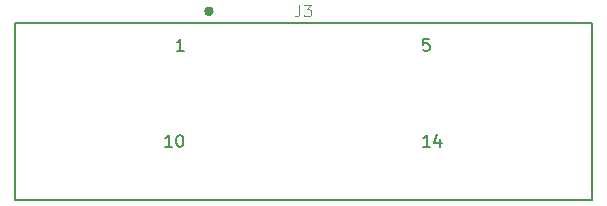
<source format=gbr>
G04 #@! TF.GenerationSoftware,KiCad,Pcbnew,(5.1.4)-1*
G04 #@! TF.CreationDate,2020-11-24T01:46:06-05:00*
G04 #@! TF.ProjectId,MAIN_newBreakoutBoard,4d41494e-5f6e-4657-9742-7265616b6f75,v1.0*
G04 #@! TF.SameCoordinates,Original*
G04 #@! TF.FileFunction,Legend,Top*
G04 #@! TF.FilePolarity,Positive*
%FSLAX46Y46*%
G04 Gerber Fmt 4.6, Leading zero omitted, Abs format (unit mm)*
G04 Created by KiCad (PCBNEW (5.1.4)-1) date 2020-11-24 01:46:06*
%MOMM*%
%LPD*%
G04 APERTURE LIST*
%ADD10C,0.150000*%
%ADD11C,0.127000*%
%ADD12C,0.400000*%
%ADD13C,0.015000*%
G04 APERTURE END LIST*
D10*
X160718523Y-104465380D02*
X160147095Y-104465380D01*
X160432809Y-104465380D02*
X160432809Y-103465380D01*
X160337571Y-103608238D01*
X160242333Y-103703476D01*
X160147095Y-103751095D01*
X161575666Y-103798714D02*
X161575666Y-104465380D01*
X161337571Y-103417761D02*
X161099476Y-104132047D01*
X161718523Y-104132047D01*
X138874523Y-104465380D02*
X138303095Y-104465380D01*
X138588809Y-104465380D02*
X138588809Y-103465380D01*
X138493571Y-103608238D01*
X138398333Y-103703476D01*
X138303095Y-103751095D01*
X139493571Y-103465380D02*
X139588809Y-103465380D01*
X139684047Y-103513000D01*
X139731666Y-103560619D01*
X139779285Y-103655857D01*
X139826904Y-103846333D01*
X139826904Y-104084428D01*
X139779285Y-104274904D01*
X139731666Y-104370142D01*
X139684047Y-104417761D01*
X139588809Y-104465380D01*
X139493571Y-104465380D01*
X139398333Y-104417761D01*
X139350714Y-104370142D01*
X139303095Y-104274904D01*
X139255476Y-104084428D01*
X139255476Y-103846333D01*
X139303095Y-103655857D01*
X139350714Y-103560619D01*
X139398333Y-103513000D01*
X139493571Y-103465380D01*
X160639095Y-95337380D02*
X160162904Y-95337380D01*
X160115285Y-95813571D01*
X160162904Y-95765952D01*
X160258142Y-95718333D01*
X160496238Y-95718333D01*
X160591476Y-95765952D01*
X160639095Y-95813571D01*
X160686714Y-95908809D01*
X160686714Y-96146904D01*
X160639095Y-96242142D01*
X160591476Y-96289761D01*
X160496238Y-96337380D01*
X160258142Y-96337380D01*
X160162904Y-96289761D01*
X160115285Y-96242142D01*
X139858714Y-96337380D02*
X139287285Y-96337380D01*
X139573000Y-96337380D02*
X139573000Y-95337380D01*
X139477761Y-95480238D01*
X139382523Y-95575476D01*
X139287285Y-95623095D01*
D11*
X125600000Y-109000000D02*
X174400000Y-109000000D01*
X174400000Y-109000000D02*
X174400000Y-93950000D01*
X125600000Y-93950000D02*
X125600000Y-109000000D01*
X125600000Y-93950000D02*
X174400000Y-93950000D01*
D12*
X142200000Y-93000000D02*
G75*
G03X142200000Y-93000000I-200000J0D01*
G01*
D13*
X149659618Y-92431115D02*
X149659618Y-93146790D01*
X149611906Y-93289925D01*
X149516483Y-93385349D01*
X149373348Y-93433060D01*
X149277925Y-93433060D01*
X150041311Y-92431115D02*
X150661563Y-92431115D01*
X150327581Y-92812809D01*
X150470716Y-92812809D01*
X150566140Y-92860520D01*
X150613851Y-92908232D01*
X150661563Y-93003655D01*
X150661563Y-93242214D01*
X150613851Y-93337637D01*
X150566140Y-93385349D01*
X150470716Y-93433060D01*
X150184446Y-93433060D01*
X150089023Y-93385349D01*
X150041311Y-93337637D01*
M02*

</source>
